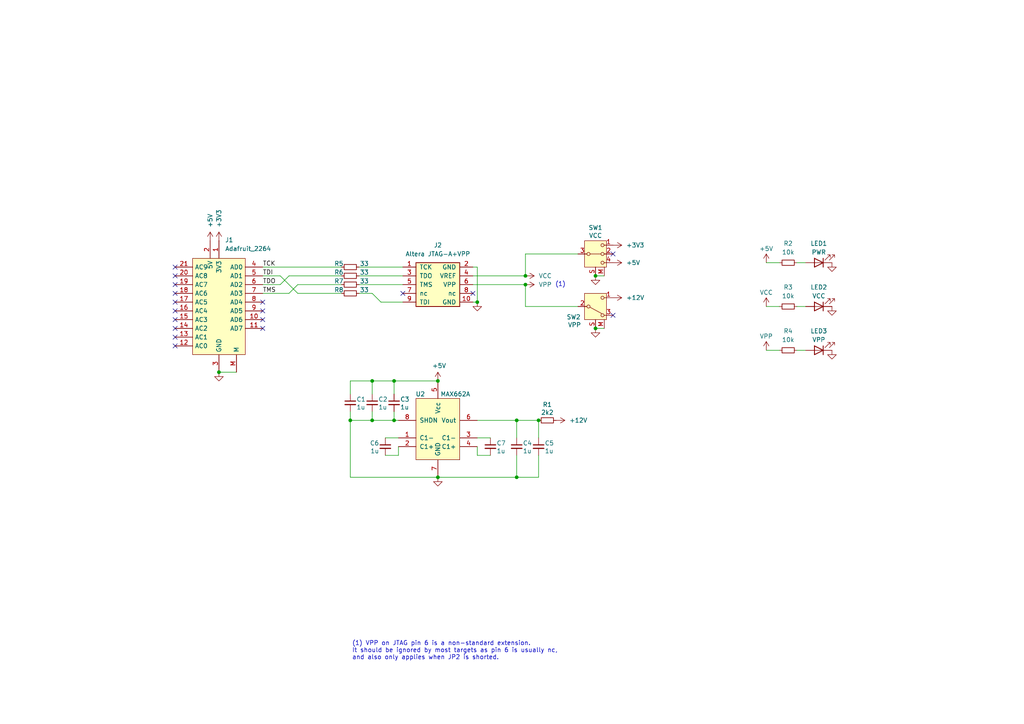
<source format=kicad_sch>
(kicad_sch (version 20231120) (generator "eeschema") (generator_version "8.0")
  (paper "A4")
  (title_block (title "ATF150x_uPRG") (date "2024-06-27") (rev "001") (company "Brian K. White") (comment 1 "CC-BY-SA") (comment 2 "github.com/bkw777/ATF150x_uPRG"))
  (lib_symbols
    (symbol "000_LOCAL:Adafruit_2264" (pin_names (offset 0.635))
      (property "Reference" "J" (at -7.112 6.604 0))
      (property "Value" "Adafruit_2264" (at 7.874 6.858 0))
      (symbol "Adafruit_2264_1_1"
        (rectangle (start -7.62 5.08) (end 7.62 -22.86) (fill (type background)))
        (pin power_out line (at 0 10.16 270) (length 5.08) (name "3V3") (number "1"))
        (pin bidirectional line (at 12.7 -12.7 180) (length 5.08) (name "AD6") (number "10"))
        (pin bidirectional line (at 12.7 -15.24 180) (length 5.08) (name "AD7") (number "11"))
        (pin bidirectional line (at -12.7 -20.32 0) (length 5.08) (name "AC0") (number "12"))
        (pin bidirectional line (at -12.7 -17.78 0) (length 5.08) (name "AC1") (number "13"))
        (pin bidirectional line (at -12.7 -15.24 0) (length 5.08) (name "AC2") (number "14"))
        (pin bidirectional line (at -12.7 -12.7 0) (length 5.08) (name "AC3") (number "15"))
        (pin bidirectional line (at -12.7 -10.16 0) (length 5.08) (name "AC4") (number "16"))
        (pin bidirectional line (at -12.7 -7.62 0) (length 5.08) (name "AC5") (number "17"))
        (pin bidirectional line (at -12.7 -5.08 0) (length 5.08) (name "AC6") (number "18"))
        (pin bidirectional line (at -12.7 -2.54 0) (length 5.08) (name "AC7") (number "19"))
        (pin power_out line (at -2.54 10.16 270) (length 5.08) (name "5V") (number "2"))
        (pin bidirectional line (at -12.7 0 0) (length 5.08) (name "AC8") (number "20"))
        (pin bidirectional line (at -12.7 2.54 0) (length 5.08) (name "AC9") (number "21"))
        (pin passive line (at 0 -27.94 90) (length 5.08) hide (name "GND") (number "22"))
        (pin power_out line (at 0 -27.94 90) (length 5.08) (name "GND") (number "3"))
        (pin bidirectional line (at 12.7 2.54 180) (length 5.08) (name "AD0") (number "4"))
        (pin bidirectional line (at 12.7 0 180) (length 5.08) (name "AD1") (number "5"))
        (pin bidirectional line (at 12.7 -2.54 180) (length 5.08) (name "AD2") (number "6"))
        (pin bidirectional line (at 12.7 -5.08 180) (length 5.08) (name "AD3") (number "7"))
        (pin bidirectional line (at 12.7 -7.62 180) (length 5.08) (name "AD4") (number "8"))
        (pin bidirectional line (at 12.7 -10.16 180) (length 5.08) (name "AD5") (number "9"))
        (pin passive line (at 5.08 -27.94 90) (length 5.08) (name "M") (number "M"))
      )
    )
    (symbol "000_LOCAL:Altera JTAG-A+VPP" (pin_names (offset 1.016))
      (property "Reference" "J" (at 0 11.43 0))
      (property "Value" "Altera JTAG-A+VPP" (at 0 8.89 0))
      (symbol "Altera JTAG-A+VPP_1_1"
        (rectangle (start -6.35 6.35) (end 6.35 -6.35) (stroke (width 0.254)) (fill (type background)))
        (pin passive line (at -10.16 5.08 0) (length 3.81) (name "TCK") (number "1"))
        (pin passive line (at 10.16 -5.08 180) (length 3.81) (name "GND") (number "10"))
        (pin passive line (at 10.16 5.08 180) (length 3.81) (name "GND") (number "2"))
        (pin passive line (at -10.16 2.54 0) (length 3.81) (name "TDO") (number "3"))
        (pin passive line (at 10.16 2.54 180) (length 3.81) (name "VREF") (number "4"))
        (pin passive line (at -10.16 0 0) (length 3.81) (name "TMS") (number "5"))
        (pin passive line (at 10.16 0 180) (length 3.81) (name "VPP") (number "6"))
        (pin passive line (at -10.16 -2.54 0) (length 3.81) (name "nc") (number "7"))
        (pin passive line (at 10.16 -2.54 180) (length 3.81) (name "nc") (number "8"))
        (pin passive line (at -10.16 -5.08 0) (length 3.81) (name "TDI") (number "9"))
      )
    )
    (symbol "000_LOCAL:C" (pin_numbers hide) (pin_names (offset 0.254) hide)
      (property "Reference" "C" (at 0.254 1.778 0))
      (property "Value" "C" (at 0.254 -2.032 0))
      (symbol "C_0_1"
        (polyline (pts (xy -1.524 -0.508) (xy 1.524 -0.508)) (stroke (width 0.3302)))
        (polyline (pts (xy -1.524 0.508) (xy 1.524 0.508)) (stroke (width 0.3048)))
      )
      (symbol "C_1_1"
        (pin passive line (at 0 2.54 270) (length 2.032) (name "~") (number "1"))
        (pin passive line (at 0 -2.54 90) (length 2.032) (name "~") (number "2"))
      )
    )
    (symbol "000_LOCAL:LED" (pin_numbers hide) (pin_names (offset 1.016) hide)
      (property "Reference" "D" (at 0 2.54 0))
      (property "Value" "LED" (at 0 -2.54 0))
      (symbol "LED_0_1"
        (polyline (pts (xy -1.27 -1.27) (xy -1.27 1.27)) (stroke (width 0.254)))
        (polyline (pts (xy -1.27 0) (xy 1.27 0)))
        (polyline (pts (xy 1.27 -1.27) (xy 1.27 1.27) (xy -1.27 0) (xy 1.27 -1.27)) (stroke (width 0.254)))
        (polyline (pts (xy -3.048 -0.762) (xy -4.572 -2.286) (xy -3.81 -2.286) (xy -4.572 -2.286) (xy -4.572 -1.524)))
        (polyline (pts (xy -1.778 -0.762) (xy -3.302 -2.286) (xy -2.54 -2.286) (xy -3.302 -2.286) (xy -3.302 -1.524)))
      )
      (symbol "LED_1_1"
        (pin passive line (at -3.81 0 0) (length 2.54) (name "K") (number "1"))
        (pin passive line (at 3.81 0 180) (length 2.54) (name "A") (number "2"))
      )
    )
    (symbol "000_LOCAL:R" (pin_numbers hide) (pin_names (offset 0.254) hide)
      (property "Reference" "R" (at 0.762 0.508 0))
      (property "Value" "R" (at 0.762 -1.016 0))
      (symbol "R_0_1"
        (rectangle (start -0.762 1.778) (end 0.762 -1.778) (stroke (width 0.2032)))
      )
      (symbol "R_1_1"
        (pin passive line (at 0 2.54 270) (length 0.762) (name "~") (number "1"))
        (pin passive line (at 0 -2.54 90) (length 0.762) (name "~") (number "2"))
      )
    )
    (symbol "000_LOCAL:SW_SP3T" (pin_names (offset 0) hide)
      (property "Reference" "SW" (at 0 7.62 0))
      (property "Value" "SW_SP3T" (at 0 5.334 0))
      (symbol "SW_SP3T_0_1"
        (circle (center -2.032 0) (radius 0.4572))
        (polyline (pts (xy -1.524 0) (xy 1.524 0)))
        (circle (center 2.032 -2.54) (radius 0.4572))
        (circle (center 2.032 0) (radius 0.4572))
        (circle (center 2.032 2.54) (radius 0.4572))
      )
      (symbol "SW_SP3T_1_1"
        (rectangle (start -3.175 3.81) (end 3.175 -3.81) (fill (type background)))
        (pin passive line (at 5.08 2.54 180) (length 2.54) (name "1") (number "1"))
        (pin passive line (at 5.08 0 180) (length 2.54) (name "2") (number "2"))
        (pin passive line (at -5.08 0 0) (length 2.54) (name "3") (number "3"))
        (pin passive line (at 5.08 -2.54 180) (length 2.54) (name "4") (number "4"))
        (pin passive line (at 2.54 -6.35 90) (length 2.54) (name "M") (number "M"))
        (pin passive line (at 0 -6.35 90) (length 2.54) (name "S") (number "S"))
      )
    )
    (symbol "000_LOCAL:SW_SPDT" (pin_names (offset 0) hide)
      (property "Reference" "SW" (at 0 7.62 0))
      (property "Value" "SW_SPDT" (at 0 5.08 0))
      (symbol "SW_SPDT_0_1"
        (circle (center -2.032 0) (radius 0.4572))
        (polyline (pts (xy -1.524 -0.254) (xy 1.778 -2.032)))
        (circle (center 2.032 -2.54) (radius 0.4572))
        (circle (center 2.032 2.54) (radius 0.4572))
      )
      (symbol "SW_SPDT_1_1"
        (rectangle (start -3.175 3.81) (end 3.175 -3.81) (fill (type background)))
        (pin passive line (at 5.08 2.54 180) (length 2.54) (name "A") (number "1"))
        (pin passive line (at -5.08 0 0) (length 2.54) (name "B") (number "2"))
        (pin passive line (at 5.08 -2.54 180) (length 2.54) (name "C") (number "3"))
        (pin passive line (at 2.54 -6.35 90) (length 2.54) (name "M") (number "M"))
        (pin passive line (at 0 -6.35 90) (length 2.54) (name "S") (number "S"))
      )
    )
    (symbol "ATF2FT232HQ-rescue:+12V-power" (power) (pin_names (offset 0))
      (property "Value" "power_+12V" (at 0 3.556 0))
      (symbol "+12V-power_0_1"
        (polyline (pts (xy -0.762 1.27) (xy 0 2.54)))
        (polyline (pts (xy 0 0) (xy 0 2.54)))
        (polyline (pts (xy 0 2.54) (xy 0.762 1.27)))
      )
      (symbol "+12V-power_1_1"
        (pin power_in line (at 0 0 90) (length 0) hide (name "+12V") (number "1"))
      )
    )
    (symbol "ATF2FT232HQ-rescue:+5V-power" (power) (pin_names (offset 0))
      (property "Value" "power_+5V" (at 0 3.556 0))
      (symbol "+5V-power_0_1"
        (polyline (pts (xy -0.762 1.27) (xy 0 2.54)))
        (polyline (pts (xy 0 0) (xy 0 2.54)))
        (polyline (pts (xy 0 2.54) (xy 0.762 1.27)))
      )
      (symbol "+5V-power_1_1"
        (pin power_in line (at 0 0 90) (length 0) hide (name "+5V") (number "1"))
      )
    )
    (symbol "ATF2FT232HQ-rescue:GND-power" (power) (pin_names (offset 0))
      (property "Value" "power_GND" (at 0 -3.81 0))
      (symbol "GND-power_0_1"
        (polyline (pts (xy 0 0) (xy 0 -1.27) (xy 1.27 -1.27) (xy 0 -2.54) (xy -1.27 -1.27) (xy 0 -1.27)))
      )
      (symbol "GND-power_1_1"
        (pin power_in line (at 0 0 270) (length 0) hide (name "GND") (number "1"))
      )
    )
    (symbol "ATF2FT232HQ-rescue:VCC-power" (power) (pin_names (offset 0))
      (property "Value" "power_VCC" (at 0 3.81 0))
      (symbol "VCC-power_0_1"
        (polyline (pts (xy -0.762 1.27) (xy 0 2.54)))
        (polyline (pts (xy 0 0) (xy 0 2.54)))
        (polyline (pts (xy 0 2.54) (xy 0.762 1.27)))
      )
      (symbol "VCC-power_1_1"
        (pin power_in line (at 0 0 90) (length 0) hide (name "VCC") (number "1"))
      )
    )
    (symbol "max662:MAX662A" (pin_names (offset 1.016))
      (property "Reference" "U" (at -5.08 11.43 0))
      (property "Value" "MAX662A" (at 0 3.81 0))
      (symbol "MAX662A_0_1"
        (rectangle (start 6.35 12.7) (end -6.35 -5.08) (fill (type background)))
      )
      (symbol "MAX662A_1_1"
        (pin passive line (at -11.43 1.27 0) (length 5.08) (name "C1-") (number "1"))
        (pin passive line (at -11.43 -1.27 0) (length 5.08) (name "C1+") (number "2"))
        (pin passive line (at 11.43 1.27 180) (length 5.08) (name "C1-") (number "3"))
        (pin passive line (at 11.43 -1.27 180) (length 5.08) (name "C1+") (number "4"))
        (pin power_in line (at 0 17.78 270) (length 5.08) (name "Vcc") (number "5"))
        (pin power_out line (at 11.43 6.35 180) (length 5.08) (name "Vout") (number "6"))
        (pin power_in line (at 0 -10.16 90) (length 5.08) (name "GND") (number "7"))
        (pin input line (at -11.43 6.35 0) (length 5.08) (name "SHDN") (number "8"))
      )
    )
    (symbol "power:+3V3" (power) (pin_numbers hide) (pin_names (offset 0) hide)
      (property "Value" "+3V3" (at 0 3.556 0))
      (symbol "+3V3_0_1"
        (polyline (pts (xy -0.762 1.27) (xy 0 2.54)))
        (polyline (pts (xy 0 0) (xy 0 2.54)))
        (polyline (pts (xy 0 2.54) (xy 0.762 1.27)))
      )
      (symbol "+3V3_1_1"
        (pin power_in line (at 0 0 90) (length 0) (name "~") (number "1"))
      )
    )
    (symbol "power:+5V" (power) (pin_numbers hide) (pin_names (offset 0) hide)
      (property "Value" "+5V" (at 0 3.556 0))
      (symbol "+5V_0_1"
        (polyline (pts (xy -0.762 1.27) (xy 0 2.54)))
        (polyline (pts (xy 0 0) (xy 0 2.54)))
        (polyline (pts (xy 0 2.54) (xy 0.762 1.27)))
      )
      (symbol "+5V_1_1"
        (pin power_in line (at 0 0 90) (length 0) (name "~") (number "1"))
      )
    )
    (symbol "power:VPP" (power) (pin_numbers hide) (pin_names (offset 0) hide)
      (property "Value" "VPP" (at 0 3.556 0))
      (symbol "VPP_0_1"
        (polyline (pts (xy -0.762 1.27) (xy 0 2.54)))
        (polyline (pts (xy 0 0) (xy 0 2.54)))
        (polyline (pts (xy 0 2.54) (xy 0.762 1.27)))
      )
      (symbol "VPP_1_1"
        (pin power_in line (at 0 0 90) (length 0) (name "~") (number "1"))
      )
    )
  )
  (junction (at 114.3 110.49))
  (junction (at 149.86 121.92))
  (junction (at 152.4 80.01))
  (junction (at 172.72 95.25))
  (junction (at 127 110.49))
  (junction (at 114.3 121.92))
  (junction (at 156.21 121.92))
  (junction (at 63.5 107.95))
  (junction (at 149.86 138.43))
  (junction (at 127 138.43))
  (junction (at 172.72 80.01))
  (junction (at 138.43 87.63))
  (junction (at 152.4 82.55))
  (junction (at 101.6 121.92))
  (junction (at 107.95 110.49))
  (junction (at 107.95 121.92))
  (no_connect (at 116.84 85.09))
  (no_connect (at 50.8 82.55))
  (no_connect (at 137.16 85.09))
  (no_connect (at 76.2 95.25))
  (no_connect (at 50.8 95.25))
  (no_connect (at 50.8 92.71))
  (no_connect (at 177.8 91.44))
  (no_connect (at 76.2 92.71))
  (no_connect (at 50.8 90.17))
  (no_connect (at 76.2 90.17))
  (no_connect (at 76.2 87.63))
  (no_connect (at 50.8 97.79))
  (no_connect (at 50.8 100.33))
  (no_connect (at 50.8 85.09))
  (no_connect (at 177.8 73.66))
  (no_connect (at 50.8 77.47))
  (no_connect (at 50.8 87.63))
  (no_connect (at 50.8 80.01))
  (wire (pts (xy 152.4 73.66) (xy 152.4 80.01)))
  (wire (pts (xy 137.16 80.01) (xy 152.4 80.01)))
  (wire (pts (xy 138.43 77.47) (xy 138.43 87.63)))
  (wire (pts (xy 156.21 138.43) (xy 156.21 132.08)))
  (wire (pts (xy 149.86 121.92) (xy 156.21 121.92)))
  (wire (pts (xy 149.86 132.08) (xy 149.86 138.43)))
  (wire (pts (xy 137.16 77.47) (xy 138.43 77.47)))
  (wire (pts (xy 101.6 119.38) (xy 101.6 121.92)))
  (wire (pts (xy 76.2 82.55) (xy 81.28 82.55)))
  (wire (pts (xy 149.86 127) (xy 149.86 121.92)))
  (wire (pts (xy 222.25 76.2) (xy 226.06 76.2)))
  (wire (pts (xy 76.2 80.01) (xy 81.28 80.01)))
  (wire (pts (xy 222.25 101.6) (xy 226.06 101.6)))
  (wire (pts (xy 101.6 138.43) (xy 127 138.43)))
  (wire (pts (xy 76.2 85.09) (xy 83.82 85.09)))
  (wire (pts (xy 172.72 80.01) (xy 175.26 80.01)))
  (wire (pts (xy 231.14 101.6) (xy 233.68 101.6)))
  (wire (pts (xy 114.3 121.92) (xy 115.57 121.92)))
  (wire (pts (xy 107.95 119.38) (xy 107.95 121.92)))
  (wire (pts (xy 86.36 85.09) (xy 99.06 85.09)))
  (wire (pts (xy 114.3 110.49) (xy 107.95 110.49)))
  (wire (pts (xy 231.14 88.9) (xy 233.68 88.9)))
  (wire (pts (xy 81.28 82.55) (xy 83.82 80.01)))
  (wire (pts (xy 137.16 82.55) (xy 152.4 82.55)))
  (wire (pts (xy 101.6 110.49) (xy 101.6 114.3)))
  (wire (pts (xy 138.43 129.54) (xy 138.43 132.08)))
  (wire (pts (xy 137.16 87.63) (xy 138.43 87.63)))
  (wire (pts (xy 83.82 85.09) (xy 86.36 82.55)))
  (wire (pts (xy 114.3 119.38) (xy 114.3 121.92)))
  (wire (pts (xy 152.4 82.55) (xy 152.4 88.9)))
  (wire (pts (xy 104.14 77.47) (xy 116.84 77.47)))
  (wire (pts (xy 83.82 80.01) (xy 99.06 80.01)))
  (wire (pts (xy 152.4 73.66) (xy 167.64 73.66)))
  (wire (pts (xy 111.76 127) (xy 115.57 127)))
  (wire (pts (xy 76.2 77.47) (xy 99.06 77.47)))
  (wire (pts (xy 86.36 82.55) (xy 99.06 82.55)))
  (wire (pts (xy 101.6 121.92) (xy 101.6 138.43)))
  (wire (pts (xy 107.95 110.49) (xy 101.6 110.49)))
  (wire (pts (xy 104.14 85.09) (xy 107.95 85.09)))
  (wire (pts (xy 81.28 80.01) (xy 86.36 85.09)))
  (wire (pts (xy 152.4 88.9) (xy 167.64 88.9)))
  (wire (pts (xy 172.72 95.25) (xy 175.26 95.25)))
  (wire (pts (xy 107.95 85.09) (xy 110.49 87.63)))
  (wire (pts (xy 110.49 87.63) (xy 116.84 87.63)))
  (wire (pts (xy 107.95 121.92) (xy 114.3 121.92)))
  (wire (pts (xy 231.14 76.2) (xy 233.68 76.2)))
  (wire (pts (xy 222.25 88.9) (xy 226.06 88.9)))
  (wire (pts (xy 149.86 138.43) (xy 156.21 138.43)))
  (wire (pts (xy 138.43 121.92) (xy 149.86 121.92)))
  (wire (pts (xy 115.57 132.08) (xy 115.57 129.54)))
  (wire (pts (xy 138.43 127) (xy 142.24 127)))
  (wire (pts (xy 138.43 132.08) (xy 142.24 132.08)))
  (wire (pts (xy 104.14 80.01) (xy 116.84 80.01)))
  (wire (pts (xy 104.14 82.55) (xy 116.84 82.55)))
  (wire (pts (xy 114.3 110.49) (xy 114.3 114.3)))
  (wire (pts (xy 156.21 121.92) (xy 156.21 127)))
  (wire (pts (xy 107.95 110.49) (xy 107.95 114.3)))
  (wire (pts (xy 63.5 107.95) (xy 68.58 107.95)))
  (wire (pts (xy 127 138.43) (xy 149.86 138.43)))
  (wire (pts (xy 127 110.49) (xy 114.3 110.49)))
  (wire (pts (xy 101.6 121.92) (xy 107.95 121.92)))
  (wire (pts (xy 111.76 132.08) (xy 115.57 132.08)))
  (text "(1)" (at 162.56 82.55 0) (effects (font (size 1.27 1.27))))
  (text "(1) VPP on JTAG pin 6 is a non-standard extension.\nIt should be ignored by most targets as pin 6 is usually nc,\nand also only applies when JP2 is shorted." (at 102.108 191.516 0) (effects (font (size 1.27 1.27)) (justify left bottom)))
  (label "TDI" (at 76.2 80.01 0))
  (label "TMS" (at 76.2 85.09 0))
  (label "TDO" (at 76.2 82.55 0))
  (label "TCK" (at 76.2 77.47 0))
  (symbol (lib_id "ATF2FT232HQ-rescue:GND-power") (at 63.5 107.95 0) (unit 1)
    (property "Reference" "#PWR0101" (effects (hide yes)))
    (property "Value" "GND" (effects (hide yes)))
  )
  (symbol (lib_id "max662:MAX662A") (at 127 128.27 0) (unit 1)
    (property "Reference" "U2" (at 121.92 114.3 0))
    (property "Value" "MAX662A" (at 132.08 114.3 0))
    (property "Footprint" "000_LOCAL:SOIC-8" (effects (hide yes)))
  )
  (symbol (lib_id "ATF2FT232HQ-rescue:+5V-power") (at 127 110.49 0) (unit 1)
    (property "Reference" "#PWR0110" (effects (hide yes)))
    (property "Value" "+5V" (at 127.381 106.0958 0))
  )
  (symbol (lib_id "ATF2FT232HQ-rescue:GND-power") (at 172.72 80.01 0) (unit 1)
    (property "Reference" "#PWR016" (effects (hide yes)))
    (property "Value" "GND" (effects (hide yes)))
  )
  (symbol (lib_id "000_LOCAL:R") (at 228.6 76.2 270) (unit 1)
    (property "Reference" "R2" (at 228.6 70.612 90))
    (property "Value" "10k" (at 228.6 73.152 90))
    (property "Footprint" "000_LOCAL:R_0805" (effects (hide yes)))
    (property "Description" "Resistor, small symbol" (effects (hide yes)))
  )
  (symbol (lib_id "ATF2FT232HQ-rescue:GND-power") (at 138.43 87.63 0) (unit 1)
    (property "Reference" "#PWR03" (effects (hide yes)))
    (property "Value" "GND" (effects (hide yes)))
  )
  (symbol (lib_id "000_LOCAL:LED") (at 237.49 88.9 180) (unit 1)
    (property "Reference" "LED2" (at 237.49 83.312 0))
    (property "Value" "VCC" (at 237.49 85.852 0))
    (property "Footprint" "000_LOCAL:LED_0805" (effects (hide yes)))
    (property "Datasheet" "datasheets/B1701.pdf" (effects (hide yes)))
    (property "Description" "Light emitting diode" (effects (hide yes)))
  )
  (symbol (lib_id "000_LOCAL:LED") (at 237.49 101.6 180) (unit 1)
    (property "Reference" "LED3" (at 237.49 96.012 0))
    (property "Value" "VPP" (at 237.49 98.552 0))
    (property "Footprint" "000_LOCAL:LED_0805" (effects (hide yes)))
    (property "Datasheet" "datasheets/B1701.pdf" (effects (hide yes)))
    (property "Description" "Light emitting diode" (effects (hide yes)))
  )
  (symbol (lib_id "ATF2FT232HQ-rescue:GND-power") (at 172.72 95.25 0) (unit 1)
    (property "Reference" "#PWR013" (effects (hide yes)))
    (property "Value" "GND" (effects (hide yes)))
  )
  (symbol (lib_id "000_LOCAL:Adafruit_2264") (at 63.5 80.01 0) (unit 1)
    (property "Reference" "J1" (at 65.278 69.596 0) (effects (justify left)))
    (property "Value" "Adafruit_2264" (at 65.278 72.136 0) (effects (justify left)))
    (property "Footprint" "000_LOCAL:Adafruit_2264" (effects (hide yes)))
    (property "Description" "Adafruit FT232H Breakout v2" (effects (hide yes)))
  )
  (symbol (lib_id "000_LOCAL:R") (at 228.6 101.6 270) (unit 1)
    (property "Reference" "R4" (at 228.6 96.012 90))
    (property "Value" "10k" (at 228.6 98.552 90))
    (property "Footprint" "000_LOCAL:R_0805" (effects (hide yes)))
    (property "Description" "Resistor, small symbol" (effects (hide yes)))
  )
  (symbol (lib_id "000_LOCAL:R") (at 101.6 77.47 270) (unit 1)
    (property "Reference" "R5" (at 98.298 76.454 90))
    (property "Value" "33" (at 105.664 76.454 90))
    (property "Footprint" "000_LOCAL:R_0805" (effects (hide yes)))
    (property "Description" "Resistor, small symbol" (effects (hide yes)))
  )
  (symbol (lib_id "power:VPP") (at 222.25 101.6 0) (unit 1)
    (property "Reference" "#PWR011" (effects (hide yes)))
    (property "Value" "VPP" (at 222.25 97.536 0))
    (property "Description" "Power symbol creates a global label with name \"VPP\"" (effects (hide yes)))
  )
  (symbol (lib_id "000_LOCAL:C") (at 114.3 116.84 0) (unit 1)
    (property "Reference" "C3" (at 116.078 115.824 0) (effects (justify left)))
    (property "Value" "1u" (at 116.078 118.11 0) (effects (justify left)))
    (property "Footprint" "000_LOCAL:C_0805" (effects (hide yes)))
    (property "Description" "Unpolarized capacitor, small symbol" (effects (hide yes)))
  )
  (symbol (lib_id "power:+5V") (at 60.96 69.85 0) (unit 1)
    (property "Reference" "#PWR08" (effects (hide yes)))
    (property "Value" "+5V" (at 60.96 66.04 90) (effects (justify left)))
    (property "Description" "Power symbol creates a global label with name \"+5V\"" (effects (hide yes)))
  )
  (symbol (lib_id "000_LOCAL:SW_SP3T") (at 172.72 73.66 0) (unit 1)
    (property "Reference" "SW1" (at 172.72 66.04 0))
    (property "Value" "VCC" (at 172.72 68.326 0))
    (property "Footprint" "000_LOCAL:CUS-13B pth" (effects (hide yes)))
    (property "Datasheet" "datasheets/cus.pdf" (effects (hide yes)))
    (property "Description" "Switch, three position, single pole triple throw, 3 position switch, SP3T" (effects (hide yes)))
  )
  (symbol (lib_id "000_LOCAL:R") (at 228.6 88.9 270) (unit 1)
    (property "Reference" "R3" (at 228.6 83.312 90))
    (property "Value" "10k" (at 228.6 85.852 90))
    (property "Footprint" "000_LOCAL:R_0805" (effects (hide yes)))
    (property "Description" "Resistor, small symbol" (effects (hide yes)))
  )
  (symbol (lib_id "000_LOCAL:R") (at 158.75 121.92 270) (unit 1)
    (property "Reference" "R1" (at 158.75 117.348 90))
    (property "Value" "2k2" (at 158.75 119.634 90))
    (property "Footprint" "000_LOCAL:R_0805" (effects (hide yes)))
    (property "Description" "Resistor, small symbol" (effects (hide yes)))
  )
  (symbol (lib_id "000_LOCAL:R") (at 101.6 80.01 270) (unit 1)
    (property "Reference" "R6" (at 98.298 78.994 90))
    (property "Value" "33" (at 105.664 78.994 90))
    (property "Footprint" "000_LOCAL:R_0805" (effects (hide yes)))
    (property "Description" "Resistor, small symbol" (effects (hide yes)))
  )
  (symbol (lib_id "ATF2FT232HQ-rescue:+12V-power") (at 161.29 121.92 270) (unit 1)
    (property "Reference" "#PWR07" (effects (hide yes)))
    (property "Value" "+12V" (at 165.1 121.92 90) (effects (justify left)))
  )
  (symbol (lib_id "power:VPP") (at 152.4 82.55 270) (unit 1)
    (property "Reference" "#PWR017" (effects (hide yes)))
    (property "Value" "VPP" (at 156.21 82.55 90) (effects (justify left)))
    (property "Description" "Power symbol creates a global label with name \"VPP\"" (effects (hide yes)))
  )
  (symbol (lib_id "000_LOCAL:C") (at 107.95 116.84 0) (unit 1)
    (property "Reference" "C2" (at 109.728 115.824 0) (effects (justify left)))
    (property "Value" "1u" (at 109.728 118.11 0) (effects (justify left)))
    (property "Footprint" "000_LOCAL:C_0805" (effects (hide yes)))
    (property "Description" "Unpolarized capacitor, small symbol" (effects (hide yes)))
  )
  (symbol (lib_id "000_LOCAL:LED") (at 237.49 76.2 180) (unit 1)
    (property "Reference" "LED1" (at 237.49 70.612 0))
    (property "Value" "PWR" (at 237.49 73.152 0))
    (property "Footprint" "000_LOCAL:LED_0805" (effects (hide yes)))
    (property "Datasheet" "datasheets/B1701.pdf" (effects (hide yes)))
    (property "Description" "Light emitting diode" (effects (hide yes)))
  )
  (symbol (lib_id "power:+5V") (at 177.8 76.2 270) (unit 1)
    (property "Reference" "#PWR06" (effects (hide yes)))
    (property "Value" "+5V" (at 181.61 76.2 90) (effects (justify left)))
    (property "Description" "Power symbol creates a global label with name \"+5V\"" (effects (hide yes)))
  )
  (symbol (lib_id "000_LOCAL:R") (at 101.6 85.09 270) (unit 1)
    (property "Reference" "R8" (at 98.298 84.074 90))
    (property "Value" "33" (at 105.664 84.074 90))
    (property "Footprint" "000_LOCAL:R_0805" (effects (hide yes)))
    (property "Description" "Resistor, small symbol" (effects (hide yes)))
  )
  (symbol (lib_id "power:+3V3") (at 63.5 69.85 0) (unit 1)
    (property "Reference" "#PWR02" (effects (hide yes)))
    (property "Value" "+3V3" (at 63.5 66.04 90) (effects (justify left)))
    (property "Description" "Power symbol creates a global label with name \"+3V3\"" (effects (hide yes)))
  )
  (symbol (lib_id "ATF2FT232HQ-rescue:GND-power") (at 241.3 76.2 0) (unit 1)
    (property "Reference" "#PWR010" (effects (hide yes)))
    (property "Value" "GND" (effects (hide yes)))
  )
  (symbol (lib_id "000_LOCAL:C") (at 149.86 129.54 0) (unit 1)
    (property "Reference" "C4" (at 151.638 128.524 0) (effects (justify left)))
    (property "Value" "1u" (at 151.638 130.81 0) (effects (justify left)))
    (property "Footprint" "000_LOCAL:C_0805" (effects (hide yes)))
    (property "Description" "Unpolarized capacitor, small symbol" (effects (hide yes)))
  )
  (symbol (lib_id "ATF2FT232HQ-rescue:VCC-power") (at 152.4 80.01 270) (mirror x) (unit 1)
    (property "Reference" "#PWR05" (effects (hide yes)))
    (property "Value" "VCC" (at 156.21 80.01 90) (effects (justify left)))
  )
  (symbol (lib_id "000_LOCAL:C") (at 111.76 129.54 0) (mirror y) (unit 1)
    (property "Reference" "C6" (at 109.982 128.524 0) (effects (justify left)))
    (property "Value" "1u" (at 109.982 130.81 0) (effects (justify left)))
    (property "Footprint" "000_LOCAL:C_0805" (effects (hide yes)))
    (property "Description" "Unpolarized capacitor, small symbol" (effects (hide yes)))
  )
  (symbol (lib_id "ATF2FT232HQ-rescue:GND-power") (at 241.3 88.9 0) (unit 1)
    (property "Reference" "#PWR012" (effects (hide yes)))
    (property "Value" "GND" (effects (hide yes)))
  )
  (symbol (lib_id "000_LOCAL:Altera JTAG-A+VPP") (at 127 82.55 0) (unit 1)
    (property "Reference" "J2" (at 127 71.12 0))
    (property "Value" "Altera JTAG-A+VPP" (at 127 73.66 0))
    (property "Footprint" "000_LOCAL:IDC-Header_2x05_P2.54mm pcb-edge" (effects (hide yes)))
    (property "Datasheet" "datasheets/JTAG-A.pdf" (effects (hide yes)))
    (property "Description" "Generic connector, double row, 02x05, odd/even pin numbering scheme (row 1 odd numbers, row 2 even numbers), script generated (kicad-library-utils/schlib/autogen/connector/)" (effects (hide yes)))
  )
  (symbol (lib_id "000_LOCAL:R") (at 101.6 82.55 270) (unit 1)
    (property "Reference" "R7" (at 98.298 81.534 90))
    (property "Value" "33" (at 105.664 81.534 90))
    (property "Footprint" "000_LOCAL:R_0805" (effects (hide yes)))
    (property "Description" "Resistor, small symbol" (effects (hide yes)))
  )
  (symbol (lib_id "000_LOCAL:C") (at 156.21 129.54 0) (unit 1)
    (property "Reference" "C5" (at 157.988 128.524 0) (effects (justify left)))
    (property "Value" "1u" (at 157.988 130.81 0) (effects (justify left)))
    (property "Footprint" "000_LOCAL:C_0805" (effects (hide yes)))
    (property "Description" "Unpolarized capacitor, small symbol" (effects (hide yes)))
  )
  (symbol (lib_id "000_LOCAL:C") (at 142.24 129.54 0) (unit 1)
    (property "Reference" "C7" (at 144.018 128.524 0) (effects (justify left)))
    (property "Value" "1u" (at 144.018 130.81 0) (effects (justify left)))
    (property "Footprint" "000_LOCAL:C_0805" (effects (hide yes)))
    (property "Description" "Unpolarized capacitor, small symbol" (effects (hide yes)))
  )
  (symbol (lib_id "power:+5V") (at 222.25 76.2 0) (unit 1)
    (property "Reference" "#PWR015" (effects (hide yes)))
    (property "Value" "+5V" (at 222.25 72.136 0))
    (property "Description" "Power symbol creates a global label with name \"+5V\"" (effects (hide yes)))
  )
  (symbol (lib_id "ATF2FT232HQ-rescue:VCC-power") (at 222.25 88.9 0) (mirror y) (unit 1)
    (property "Reference" "#PWR09" (effects (hide yes)))
    (property "Value" "VCC" (at 222.25 84.836 0))
  )
  (symbol (lib_id "000_LOCAL:C") (at 101.6 116.84 0) (unit 1)
    (property "Reference" "C1" (at 103.378 115.824 0) (effects (justify left)))
    (property "Value" "1u" (at 103.378 118.11 0) (effects (justify left)))
    (property "Footprint" "000_LOCAL:C_0805" (effects (hide yes)))
    (property "Description" "Unpolarized capacitor, small symbol" (effects (hide yes)))
  )
  (symbol (lib_id "ATF2FT232HQ-rescue:+12V-power") (at 177.8 86.36 270) (unit 1)
    (property "Reference" "#PWR018" (effects (hide yes)))
    (property "Value" "+12V" (at 181.61 86.36 90) (effects (justify left)))
  )
  (symbol (lib_id "ATF2FT232HQ-rescue:GND-power") (at 241.3 101.6 0) (unit 1)
    (property "Reference" "#PWR014" (effects (hide yes)))
    (property "Value" "GND" (effects (hide yes)))
  )
  (symbol (lib_id "ATF2FT232HQ-rescue:GND-power") (at 127 138.43 0) (unit 1)
    (property "Reference" "#PWR01" (effects (hide yes)))
    (property "Value" "GND" (effects (hide yes)))
  )
  (symbol (lib_id "power:+3V3") (at 177.8 71.12 270) (unit 1)
    (property "Reference" "#PWR04" (effects (hide yes)))
    (property "Value" "+3V3" (at 181.61 71.12 90) (effects (justify left)))
    (property "Description" "Power symbol creates a global label with name \"+3V3\"" (effects (hide yes)))
  )
  (symbol (lib_id "000_LOCAL:SW_SPDT") (at 172.72 88.9 0) (unit 1)
    (property "Reference" "SW2" (at 166.37 91.948 0))
    (property "Value" "VPP" (at 166.624 94.234 0))
    (property "Footprint" "000_LOCAL:CUS-12B pth" (effects (hide yes)))
    (property "Datasheet" "datasheets/cus.pdf" (effects (hide yes)))
    (property "Description" "Switch, single pole double throw" (effects (hide yes)))
  )
)
</source>
